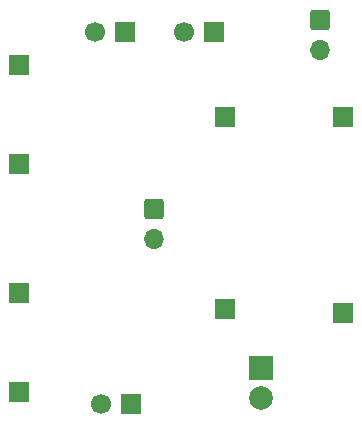
<source format=gbr>
%TF.GenerationSoftware,KiCad,Pcbnew,8.0.1*%
%TF.CreationDate,2024-11-13T12:04:01-05:00*%
%TF.ProjectId,batteryPCBa,62617474-6572-4795-9043-42612e6b6963,rev?*%
%TF.SameCoordinates,Original*%
%TF.FileFunction,Soldermask,Top*%
%TF.FilePolarity,Negative*%
%FSLAX46Y46*%
G04 Gerber Fmt 4.6, Leading zero omitted, Abs format (unit mm)*
G04 Created by KiCad (PCBNEW 8.0.1) date 2024-11-13 12:04:01*
%MOMM*%
%LPD*%
G01*
G04 APERTURE LIST*
G04 Aperture macros list*
%AMRoundRect*
0 Rectangle with rounded corners*
0 $1 Rounding radius*
0 $2 $3 $4 $5 $6 $7 $8 $9 X,Y pos of 4 corners*
0 Add a 4 corners polygon primitive as box body*
4,1,4,$2,$3,$4,$5,$6,$7,$8,$9,$2,$3,0*
0 Add four circle primitives for the rounded corners*
1,1,$1+$1,$2,$3*
1,1,$1+$1,$4,$5*
1,1,$1+$1,$6,$7*
1,1,$1+$1,$8,$9*
0 Add four rect primitives between the rounded corners*
20,1,$1+$1,$2,$3,$4,$5,0*
20,1,$1+$1,$4,$5,$6,$7,0*
20,1,$1+$1,$6,$7,$8,$9,0*
20,1,$1+$1,$8,$9,$2,$3,0*%
G04 Aperture macros list end*
%ADD10R,1.700000X1.700000*%
%ADD11C,1.700000*%
%ADD12R,2.000000X2.000000*%
%ADD13C,2.000000*%
%ADD14RoundRect,0.250000X-0.600000X0.600000X-0.600000X-0.600000X0.600000X-0.600000X0.600000X0.600000X0*%
%ADD15O,1.700000X1.700000*%
G04 APERTURE END LIST*
D10*
%TO.C,TP4056Mod2*%
X56500000Y-48150000D03*
X56500000Y-56500000D03*
%TD*%
%TO.C,J4*%
X73040000Y-26000000D03*
D11*
X70500000Y-26000000D03*
%TD*%
D10*
%TO.C,J5*%
X66000000Y-57500000D03*
D11*
X63460000Y-57500000D03*
%TD*%
D12*
%TO.C,J1*%
X77000000Y-54460000D03*
D13*
X77000000Y-57000000D03*
%TD*%
D10*
%TO.C,TP4056Mod1*%
X56500000Y-28850000D03*
X56500000Y-37200000D03*
%TD*%
%TO.C,U1*%
X73950000Y-33250000D03*
X84000000Y-33250000D03*
X73950000Y-49500000D03*
X84000000Y-49800000D03*
%TD*%
D14*
%TO.C,J6*%
X68000000Y-41000000D03*
D15*
X68000000Y-43500000D03*
%TD*%
D10*
%TO.C,J2*%
X65540000Y-26000000D03*
D11*
X63000000Y-26000000D03*
%TD*%
D14*
%TO.C,J3*%
X82000000Y-25000000D03*
D15*
X82000000Y-27500000D03*
%TD*%
M02*

</source>
